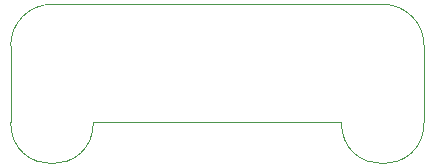
<source format=gbr>
%TF.GenerationSoftware,KiCad,Pcbnew,8.0.8*%
%TF.CreationDate,2025-02-04T17:25:34+01:00*%
%TF.ProjectId,IMU_PCB,494d555f-5043-4422-9e6b-696361645f70,rev?*%
%TF.SameCoordinates,Original*%
%TF.FileFunction,Profile,NP*%
%FSLAX46Y46*%
G04 Gerber Fmt 4.6, Leading zero omitted, Abs format (unit mm)*
G04 Created by KiCad (PCBNEW 8.0.8) date 2025-02-04 17:25:34*
%MOMM*%
%LPD*%
G01*
G04 APERTURE LIST*
%TA.AperFunction,Profile*%
%ADD10C,0.050000*%
%TD*%
G04 APERTURE END LIST*
D10*
X132000000Y-50000000D02*
X132000000Y-43500000D01*
X104000000Y-50000000D02*
G75*
G02*
X97000000Y-50000000I-3500000J0D01*
G01*
X128500000Y-40000000D02*
G75*
G02*
X132000000Y-43500000I0J-3500000D01*
G01*
X97000000Y-43500000D02*
G75*
G02*
X100500000Y-40000000I3500000J0D01*
G01*
X104000000Y-50000000D02*
X125000000Y-50000000D01*
X97000000Y-43500000D02*
X97000000Y-50000000D01*
X132000000Y-50000000D02*
G75*
G02*
X125000000Y-50000000I-3500000J0D01*
G01*
X100500000Y-40000000D02*
X128500000Y-40000000D01*
M02*

</source>
